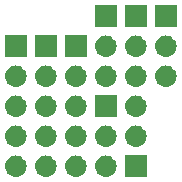
<source format=gts>
G04 #@! TF.GenerationSoftware,KiCad,Pcbnew,(5.1.2)-1*
G04 #@! TF.CreationDate,2023-09-28T15:07:13+01:00*
G04 #@! TF.ProjectId,RPi_I2C_PWR_PCB00,5250695f-4932-4435-9f50-57525f504342,rev?*
G04 #@! TF.SameCoordinates,Original*
G04 #@! TF.FileFunction,Soldermask,Top*
G04 #@! TF.FilePolarity,Negative*
%FSLAX46Y46*%
G04 Gerber Fmt 4.6, Leading zero omitted, Abs format (unit mm)*
G04 Created by KiCad (PCBNEW (5.1.2)-1) date 2023-09-28 15:07:13*
%MOMM*%
%LPD*%
G04 APERTURE LIST*
%ADD10C,0.150000*%
G04 APERTURE END LIST*
D10*
G36*
X133108000Y-86880000D02*
G01*
X131306000Y-86880000D01*
X131306000Y-85078000D01*
X133108000Y-85078000D01*
X133108000Y-86880000D01*
X133108000Y-86880000D01*
G37*
G36*
X122157443Y-85084519D02*
G01*
X122223627Y-85091037D01*
X122393466Y-85142557D01*
X122549991Y-85226222D01*
X122585729Y-85255552D01*
X122687186Y-85338814D01*
X122770448Y-85440271D01*
X122799778Y-85476009D01*
X122883443Y-85632534D01*
X122934963Y-85802373D01*
X122952359Y-85979000D01*
X122934963Y-86155627D01*
X122883443Y-86325466D01*
X122799778Y-86481991D01*
X122770448Y-86517729D01*
X122687186Y-86619186D01*
X122585729Y-86702448D01*
X122549991Y-86731778D01*
X122393466Y-86815443D01*
X122223627Y-86866963D01*
X122157443Y-86873481D01*
X122091260Y-86880000D01*
X122002740Y-86880000D01*
X121936557Y-86873481D01*
X121870373Y-86866963D01*
X121700534Y-86815443D01*
X121544009Y-86731778D01*
X121508271Y-86702448D01*
X121406814Y-86619186D01*
X121323552Y-86517729D01*
X121294222Y-86481991D01*
X121210557Y-86325466D01*
X121159037Y-86155627D01*
X121141641Y-85979000D01*
X121159037Y-85802373D01*
X121210557Y-85632534D01*
X121294222Y-85476009D01*
X121323552Y-85440271D01*
X121406814Y-85338814D01*
X121508271Y-85255552D01*
X121544009Y-85226222D01*
X121700534Y-85142557D01*
X121870373Y-85091037D01*
X121936557Y-85084519D01*
X122002740Y-85078000D01*
X122091260Y-85078000D01*
X122157443Y-85084519D01*
X122157443Y-85084519D01*
G37*
G36*
X127237443Y-85084519D02*
G01*
X127303627Y-85091037D01*
X127473466Y-85142557D01*
X127629991Y-85226222D01*
X127665729Y-85255552D01*
X127767186Y-85338814D01*
X127850448Y-85440271D01*
X127879778Y-85476009D01*
X127963443Y-85632534D01*
X128014963Y-85802373D01*
X128032359Y-85979000D01*
X128014963Y-86155627D01*
X127963443Y-86325466D01*
X127879778Y-86481991D01*
X127850448Y-86517729D01*
X127767186Y-86619186D01*
X127665729Y-86702448D01*
X127629991Y-86731778D01*
X127473466Y-86815443D01*
X127303627Y-86866963D01*
X127237443Y-86873481D01*
X127171260Y-86880000D01*
X127082740Y-86880000D01*
X127016557Y-86873481D01*
X126950373Y-86866963D01*
X126780534Y-86815443D01*
X126624009Y-86731778D01*
X126588271Y-86702448D01*
X126486814Y-86619186D01*
X126403552Y-86517729D01*
X126374222Y-86481991D01*
X126290557Y-86325466D01*
X126239037Y-86155627D01*
X126221641Y-85979000D01*
X126239037Y-85802373D01*
X126290557Y-85632534D01*
X126374222Y-85476009D01*
X126403552Y-85440271D01*
X126486814Y-85338814D01*
X126588271Y-85255552D01*
X126624009Y-85226222D01*
X126780534Y-85142557D01*
X126950373Y-85091037D01*
X127016557Y-85084519D01*
X127082740Y-85078000D01*
X127171260Y-85078000D01*
X127237443Y-85084519D01*
X127237443Y-85084519D01*
G37*
G36*
X124697443Y-85084519D02*
G01*
X124763627Y-85091037D01*
X124933466Y-85142557D01*
X125089991Y-85226222D01*
X125125729Y-85255552D01*
X125227186Y-85338814D01*
X125310448Y-85440271D01*
X125339778Y-85476009D01*
X125423443Y-85632534D01*
X125474963Y-85802373D01*
X125492359Y-85979000D01*
X125474963Y-86155627D01*
X125423443Y-86325466D01*
X125339778Y-86481991D01*
X125310448Y-86517729D01*
X125227186Y-86619186D01*
X125125729Y-86702448D01*
X125089991Y-86731778D01*
X124933466Y-86815443D01*
X124763627Y-86866963D01*
X124697443Y-86873481D01*
X124631260Y-86880000D01*
X124542740Y-86880000D01*
X124476557Y-86873481D01*
X124410373Y-86866963D01*
X124240534Y-86815443D01*
X124084009Y-86731778D01*
X124048271Y-86702448D01*
X123946814Y-86619186D01*
X123863552Y-86517729D01*
X123834222Y-86481991D01*
X123750557Y-86325466D01*
X123699037Y-86155627D01*
X123681641Y-85979000D01*
X123699037Y-85802373D01*
X123750557Y-85632534D01*
X123834222Y-85476009D01*
X123863552Y-85440271D01*
X123946814Y-85338814D01*
X124048271Y-85255552D01*
X124084009Y-85226222D01*
X124240534Y-85142557D01*
X124410373Y-85091037D01*
X124476557Y-85084519D01*
X124542740Y-85078000D01*
X124631260Y-85078000D01*
X124697443Y-85084519D01*
X124697443Y-85084519D01*
G37*
G36*
X129777443Y-85084519D02*
G01*
X129843627Y-85091037D01*
X130013466Y-85142557D01*
X130169991Y-85226222D01*
X130205729Y-85255552D01*
X130307186Y-85338814D01*
X130390448Y-85440271D01*
X130419778Y-85476009D01*
X130503443Y-85632534D01*
X130554963Y-85802373D01*
X130572359Y-85979000D01*
X130554963Y-86155627D01*
X130503443Y-86325466D01*
X130419778Y-86481991D01*
X130390448Y-86517729D01*
X130307186Y-86619186D01*
X130205729Y-86702448D01*
X130169991Y-86731778D01*
X130013466Y-86815443D01*
X129843627Y-86866963D01*
X129777443Y-86873481D01*
X129711260Y-86880000D01*
X129622740Y-86880000D01*
X129556557Y-86873481D01*
X129490373Y-86866963D01*
X129320534Y-86815443D01*
X129164009Y-86731778D01*
X129128271Y-86702448D01*
X129026814Y-86619186D01*
X128943552Y-86517729D01*
X128914222Y-86481991D01*
X128830557Y-86325466D01*
X128779037Y-86155627D01*
X128761641Y-85979000D01*
X128779037Y-85802373D01*
X128830557Y-85632534D01*
X128914222Y-85476009D01*
X128943552Y-85440271D01*
X129026814Y-85338814D01*
X129128271Y-85255552D01*
X129164009Y-85226222D01*
X129320534Y-85142557D01*
X129490373Y-85091037D01*
X129556557Y-85084519D01*
X129622740Y-85078000D01*
X129711260Y-85078000D01*
X129777443Y-85084519D01*
X129777443Y-85084519D01*
G37*
G36*
X129777443Y-82544519D02*
G01*
X129843627Y-82551037D01*
X130013466Y-82602557D01*
X130169991Y-82686222D01*
X130205729Y-82715552D01*
X130307186Y-82798814D01*
X130390448Y-82900271D01*
X130419778Y-82936009D01*
X130503443Y-83092534D01*
X130554963Y-83262373D01*
X130572359Y-83439000D01*
X130554963Y-83615627D01*
X130503443Y-83785466D01*
X130419778Y-83941991D01*
X130390448Y-83977729D01*
X130307186Y-84079186D01*
X130205729Y-84162448D01*
X130169991Y-84191778D01*
X130013466Y-84275443D01*
X129843627Y-84326963D01*
X129777442Y-84333482D01*
X129711260Y-84340000D01*
X129622740Y-84340000D01*
X129556558Y-84333482D01*
X129490373Y-84326963D01*
X129320534Y-84275443D01*
X129164009Y-84191778D01*
X129128271Y-84162448D01*
X129026814Y-84079186D01*
X128943552Y-83977729D01*
X128914222Y-83941991D01*
X128830557Y-83785466D01*
X128779037Y-83615627D01*
X128761641Y-83439000D01*
X128779037Y-83262373D01*
X128830557Y-83092534D01*
X128914222Y-82936009D01*
X128943552Y-82900271D01*
X129026814Y-82798814D01*
X129128271Y-82715552D01*
X129164009Y-82686222D01*
X129320534Y-82602557D01*
X129490373Y-82551037D01*
X129556557Y-82544519D01*
X129622740Y-82538000D01*
X129711260Y-82538000D01*
X129777443Y-82544519D01*
X129777443Y-82544519D01*
G37*
G36*
X122157443Y-82544519D02*
G01*
X122223627Y-82551037D01*
X122393466Y-82602557D01*
X122549991Y-82686222D01*
X122585729Y-82715552D01*
X122687186Y-82798814D01*
X122770448Y-82900271D01*
X122799778Y-82936009D01*
X122883443Y-83092534D01*
X122934963Y-83262373D01*
X122952359Y-83439000D01*
X122934963Y-83615627D01*
X122883443Y-83785466D01*
X122799778Y-83941991D01*
X122770448Y-83977729D01*
X122687186Y-84079186D01*
X122585729Y-84162448D01*
X122549991Y-84191778D01*
X122393466Y-84275443D01*
X122223627Y-84326963D01*
X122157442Y-84333482D01*
X122091260Y-84340000D01*
X122002740Y-84340000D01*
X121936558Y-84333482D01*
X121870373Y-84326963D01*
X121700534Y-84275443D01*
X121544009Y-84191778D01*
X121508271Y-84162448D01*
X121406814Y-84079186D01*
X121323552Y-83977729D01*
X121294222Y-83941991D01*
X121210557Y-83785466D01*
X121159037Y-83615627D01*
X121141641Y-83439000D01*
X121159037Y-83262373D01*
X121210557Y-83092534D01*
X121294222Y-82936009D01*
X121323552Y-82900271D01*
X121406814Y-82798814D01*
X121508271Y-82715552D01*
X121544009Y-82686222D01*
X121700534Y-82602557D01*
X121870373Y-82551037D01*
X121936557Y-82544519D01*
X122002740Y-82538000D01*
X122091260Y-82538000D01*
X122157443Y-82544519D01*
X122157443Y-82544519D01*
G37*
G36*
X132317443Y-82544519D02*
G01*
X132383627Y-82551037D01*
X132553466Y-82602557D01*
X132709991Y-82686222D01*
X132745729Y-82715552D01*
X132847186Y-82798814D01*
X132930448Y-82900271D01*
X132959778Y-82936009D01*
X133043443Y-83092534D01*
X133094963Y-83262373D01*
X133112359Y-83439000D01*
X133094963Y-83615627D01*
X133043443Y-83785466D01*
X132959778Y-83941991D01*
X132930448Y-83977729D01*
X132847186Y-84079186D01*
X132745729Y-84162448D01*
X132709991Y-84191778D01*
X132553466Y-84275443D01*
X132383627Y-84326963D01*
X132317442Y-84333482D01*
X132251260Y-84340000D01*
X132162740Y-84340000D01*
X132096558Y-84333482D01*
X132030373Y-84326963D01*
X131860534Y-84275443D01*
X131704009Y-84191778D01*
X131668271Y-84162448D01*
X131566814Y-84079186D01*
X131483552Y-83977729D01*
X131454222Y-83941991D01*
X131370557Y-83785466D01*
X131319037Y-83615627D01*
X131301641Y-83439000D01*
X131319037Y-83262373D01*
X131370557Y-83092534D01*
X131454222Y-82936009D01*
X131483552Y-82900271D01*
X131566814Y-82798814D01*
X131668271Y-82715552D01*
X131704009Y-82686222D01*
X131860534Y-82602557D01*
X132030373Y-82551037D01*
X132096557Y-82544519D01*
X132162740Y-82538000D01*
X132251260Y-82538000D01*
X132317443Y-82544519D01*
X132317443Y-82544519D01*
G37*
G36*
X124697443Y-82544519D02*
G01*
X124763627Y-82551037D01*
X124933466Y-82602557D01*
X125089991Y-82686222D01*
X125125729Y-82715552D01*
X125227186Y-82798814D01*
X125310448Y-82900271D01*
X125339778Y-82936009D01*
X125423443Y-83092534D01*
X125474963Y-83262373D01*
X125492359Y-83439000D01*
X125474963Y-83615627D01*
X125423443Y-83785466D01*
X125339778Y-83941991D01*
X125310448Y-83977729D01*
X125227186Y-84079186D01*
X125125729Y-84162448D01*
X125089991Y-84191778D01*
X124933466Y-84275443D01*
X124763627Y-84326963D01*
X124697442Y-84333482D01*
X124631260Y-84340000D01*
X124542740Y-84340000D01*
X124476558Y-84333482D01*
X124410373Y-84326963D01*
X124240534Y-84275443D01*
X124084009Y-84191778D01*
X124048271Y-84162448D01*
X123946814Y-84079186D01*
X123863552Y-83977729D01*
X123834222Y-83941991D01*
X123750557Y-83785466D01*
X123699037Y-83615627D01*
X123681641Y-83439000D01*
X123699037Y-83262373D01*
X123750557Y-83092534D01*
X123834222Y-82936009D01*
X123863552Y-82900271D01*
X123946814Y-82798814D01*
X124048271Y-82715552D01*
X124084009Y-82686222D01*
X124240534Y-82602557D01*
X124410373Y-82551037D01*
X124476557Y-82544519D01*
X124542740Y-82538000D01*
X124631260Y-82538000D01*
X124697443Y-82544519D01*
X124697443Y-82544519D01*
G37*
G36*
X127237443Y-82544519D02*
G01*
X127303627Y-82551037D01*
X127473466Y-82602557D01*
X127629991Y-82686222D01*
X127665729Y-82715552D01*
X127767186Y-82798814D01*
X127850448Y-82900271D01*
X127879778Y-82936009D01*
X127963443Y-83092534D01*
X128014963Y-83262373D01*
X128032359Y-83439000D01*
X128014963Y-83615627D01*
X127963443Y-83785466D01*
X127879778Y-83941991D01*
X127850448Y-83977729D01*
X127767186Y-84079186D01*
X127665729Y-84162448D01*
X127629991Y-84191778D01*
X127473466Y-84275443D01*
X127303627Y-84326963D01*
X127237442Y-84333482D01*
X127171260Y-84340000D01*
X127082740Y-84340000D01*
X127016558Y-84333482D01*
X126950373Y-84326963D01*
X126780534Y-84275443D01*
X126624009Y-84191778D01*
X126588271Y-84162448D01*
X126486814Y-84079186D01*
X126403552Y-83977729D01*
X126374222Y-83941991D01*
X126290557Y-83785466D01*
X126239037Y-83615627D01*
X126221641Y-83439000D01*
X126239037Y-83262373D01*
X126290557Y-83092534D01*
X126374222Y-82936009D01*
X126403552Y-82900271D01*
X126486814Y-82798814D01*
X126588271Y-82715552D01*
X126624009Y-82686222D01*
X126780534Y-82602557D01*
X126950373Y-82551037D01*
X127016557Y-82544519D01*
X127082740Y-82538000D01*
X127171260Y-82538000D01*
X127237443Y-82544519D01*
X127237443Y-82544519D01*
G37*
G36*
X132317443Y-80004519D02*
G01*
X132383627Y-80011037D01*
X132553466Y-80062557D01*
X132709991Y-80146222D01*
X132745729Y-80175552D01*
X132847186Y-80258814D01*
X132930448Y-80360271D01*
X132959778Y-80396009D01*
X133043443Y-80552534D01*
X133094963Y-80722373D01*
X133112359Y-80899000D01*
X133094963Y-81075627D01*
X133043443Y-81245466D01*
X132959778Y-81401991D01*
X132930448Y-81437729D01*
X132847186Y-81539186D01*
X132745729Y-81622448D01*
X132709991Y-81651778D01*
X132553466Y-81735443D01*
X132383627Y-81786963D01*
X132317443Y-81793481D01*
X132251260Y-81800000D01*
X132162740Y-81800000D01*
X132096557Y-81793481D01*
X132030373Y-81786963D01*
X131860534Y-81735443D01*
X131704009Y-81651778D01*
X131668271Y-81622448D01*
X131566814Y-81539186D01*
X131483552Y-81437729D01*
X131454222Y-81401991D01*
X131370557Y-81245466D01*
X131319037Y-81075627D01*
X131301641Y-80899000D01*
X131319037Y-80722373D01*
X131370557Y-80552534D01*
X131454222Y-80396009D01*
X131483552Y-80360271D01*
X131566814Y-80258814D01*
X131668271Y-80175552D01*
X131704009Y-80146222D01*
X131860534Y-80062557D01*
X132030373Y-80011037D01*
X132096557Y-80004519D01*
X132162740Y-79998000D01*
X132251260Y-79998000D01*
X132317443Y-80004519D01*
X132317443Y-80004519D01*
G37*
G36*
X127237443Y-80004519D02*
G01*
X127303627Y-80011037D01*
X127473466Y-80062557D01*
X127629991Y-80146222D01*
X127665729Y-80175552D01*
X127767186Y-80258814D01*
X127850448Y-80360271D01*
X127879778Y-80396009D01*
X127963443Y-80552534D01*
X128014963Y-80722373D01*
X128032359Y-80899000D01*
X128014963Y-81075627D01*
X127963443Y-81245466D01*
X127879778Y-81401991D01*
X127850448Y-81437729D01*
X127767186Y-81539186D01*
X127665729Y-81622448D01*
X127629991Y-81651778D01*
X127473466Y-81735443D01*
X127303627Y-81786963D01*
X127237443Y-81793481D01*
X127171260Y-81800000D01*
X127082740Y-81800000D01*
X127016557Y-81793481D01*
X126950373Y-81786963D01*
X126780534Y-81735443D01*
X126624009Y-81651778D01*
X126588271Y-81622448D01*
X126486814Y-81539186D01*
X126403552Y-81437729D01*
X126374222Y-81401991D01*
X126290557Y-81245466D01*
X126239037Y-81075627D01*
X126221641Y-80899000D01*
X126239037Y-80722373D01*
X126290557Y-80552534D01*
X126374222Y-80396009D01*
X126403552Y-80360271D01*
X126486814Y-80258814D01*
X126588271Y-80175552D01*
X126624009Y-80146222D01*
X126780534Y-80062557D01*
X126950373Y-80011037D01*
X127016557Y-80004519D01*
X127082740Y-79998000D01*
X127171260Y-79998000D01*
X127237443Y-80004519D01*
X127237443Y-80004519D01*
G37*
G36*
X124697443Y-80004519D02*
G01*
X124763627Y-80011037D01*
X124933466Y-80062557D01*
X125089991Y-80146222D01*
X125125729Y-80175552D01*
X125227186Y-80258814D01*
X125310448Y-80360271D01*
X125339778Y-80396009D01*
X125423443Y-80552534D01*
X125474963Y-80722373D01*
X125492359Y-80899000D01*
X125474963Y-81075627D01*
X125423443Y-81245466D01*
X125339778Y-81401991D01*
X125310448Y-81437729D01*
X125227186Y-81539186D01*
X125125729Y-81622448D01*
X125089991Y-81651778D01*
X124933466Y-81735443D01*
X124763627Y-81786963D01*
X124697443Y-81793481D01*
X124631260Y-81800000D01*
X124542740Y-81800000D01*
X124476557Y-81793481D01*
X124410373Y-81786963D01*
X124240534Y-81735443D01*
X124084009Y-81651778D01*
X124048271Y-81622448D01*
X123946814Y-81539186D01*
X123863552Y-81437729D01*
X123834222Y-81401991D01*
X123750557Y-81245466D01*
X123699037Y-81075627D01*
X123681641Y-80899000D01*
X123699037Y-80722373D01*
X123750557Y-80552534D01*
X123834222Y-80396009D01*
X123863552Y-80360271D01*
X123946814Y-80258814D01*
X124048271Y-80175552D01*
X124084009Y-80146222D01*
X124240534Y-80062557D01*
X124410373Y-80011037D01*
X124476557Y-80004519D01*
X124542740Y-79998000D01*
X124631260Y-79998000D01*
X124697443Y-80004519D01*
X124697443Y-80004519D01*
G37*
G36*
X130568000Y-81800000D02*
G01*
X128766000Y-81800000D01*
X128766000Y-79998000D01*
X130568000Y-79998000D01*
X130568000Y-81800000D01*
X130568000Y-81800000D01*
G37*
G36*
X122157443Y-80004519D02*
G01*
X122223627Y-80011037D01*
X122393466Y-80062557D01*
X122549991Y-80146222D01*
X122585729Y-80175552D01*
X122687186Y-80258814D01*
X122770448Y-80360271D01*
X122799778Y-80396009D01*
X122883443Y-80552534D01*
X122934963Y-80722373D01*
X122952359Y-80899000D01*
X122934963Y-81075627D01*
X122883443Y-81245466D01*
X122799778Y-81401991D01*
X122770448Y-81437729D01*
X122687186Y-81539186D01*
X122585729Y-81622448D01*
X122549991Y-81651778D01*
X122393466Y-81735443D01*
X122223627Y-81786963D01*
X122157443Y-81793481D01*
X122091260Y-81800000D01*
X122002740Y-81800000D01*
X121936557Y-81793481D01*
X121870373Y-81786963D01*
X121700534Y-81735443D01*
X121544009Y-81651778D01*
X121508271Y-81622448D01*
X121406814Y-81539186D01*
X121323552Y-81437729D01*
X121294222Y-81401991D01*
X121210557Y-81245466D01*
X121159037Y-81075627D01*
X121141641Y-80899000D01*
X121159037Y-80722373D01*
X121210557Y-80552534D01*
X121294222Y-80396009D01*
X121323552Y-80360271D01*
X121406814Y-80258814D01*
X121508271Y-80175552D01*
X121544009Y-80146222D01*
X121700534Y-80062557D01*
X121870373Y-80011037D01*
X121936557Y-80004519D01*
X122002740Y-79998000D01*
X122091260Y-79998000D01*
X122157443Y-80004519D01*
X122157443Y-80004519D01*
G37*
G36*
X122157442Y-77464518D02*
G01*
X122223627Y-77471037D01*
X122393466Y-77522557D01*
X122549991Y-77606222D01*
X122585729Y-77635552D01*
X122687186Y-77718814D01*
X122770448Y-77820271D01*
X122799778Y-77856009D01*
X122883443Y-78012534D01*
X122934963Y-78182373D01*
X122952359Y-78359000D01*
X122934963Y-78535627D01*
X122883443Y-78705466D01*
X122799778Y-78861991D01*
X122770448Y-78897729D01*
X122687186Y-78999186D01*
X122585729Y-79082448D01*
X122549991Y-79111778D01*
X122393466Y-79195443D01*
X122223627Y-79246963D01*
X122157442Y-79253482D01*
X122091260Y-79260000D01*
X122002740Y-79260000D01*
X121936558Y-79253482D01*
X121870373Y-79246963D01*
X121700534Y-79195443D01*
X121544009Y-79111778D01*
X121508271Y-79082448D01*
X121406814Y-78999186D01*
X121323552Y-78897729D01*
X121294222Y-78861991D01*
X121210557Y-78705466D01*
X121159037Y-78535627D01*
X121141641Y-78359000D01*
X121159037Y-78182373D01*
X121210557Y-78012534D01*
X121294222Y-77856009D01*
X121323552Y-77820271D01*
X121406814Y-77718814D01*
X121508271Y-77635552D01*
X121544009Y-77606222D01*
X121700534Y-77522557D01*
X121870373Y-77471037D01*
X121936558Y-77464518D01*
X122002740Y-77458000D01*
X122091260Y-77458000D01*
X122157442Y-77464518D01*
X122157442Y-77464518D01*
G37*
G36*
X124697442Y-77464518D02*
G01*
X124763627Y-77471037D01*
X124933466Y-77522557D01*
X125089991Y-77606222D01*
X125125729Y-77635552D01*
X125227186Y-77718814D01*
X125310448Y-77820271D01*
X125339778Y-77856009D01*
X125423443Y-78012534D01*
X125474963Y-78182373D01*
X125492359Y-78359000D01*
X125474963Y-78535627D01*
X125423443Y-78705466D01*
X125339778Y-78861991D01*
X125310448Y-78897729D01*
X125227186Y-78999186D01*
X125125729Y-79082448D01*
X125089991Y-79111778D01*
X124933466Y-79195443D01*
X124763627Y-79246963D01*
X124697442Y-79253482D01*
X124631260Y-79260000D01*
X124542740Y-79260000D01*
X124476558Y-79253482D01*
X124410373Y-79246963D01*
X124240534Y-79195443D01*
X124084009Y-79111778D01*
X124048271Y-79082448D01*
X123946814Y-78999186D01*
X123863552Y-78897729D01*
X123834222Y-78861991D01*
X123750557Y-78705466D01*
X123699037Y-78535627D01*
X123681641Y-78359000D01*
X123699037Y-78182373D01*
X123750557Y-78012534D01*
X123834222Y-77856009D01*
X123863552Y-77820271D01*
X123946814Y-77718814D01*
X124048271Y-77635552D01*
X124084009Y-77606222D01*
X124240534Y-77522557D01*
X124410373Y-77471037D01*
X124476558Y-77464518D01*
X124542740Y-77458000D01*
X124631260Y-77458000D01*
X124697442Y-77464518D01*
X124697442Y-77464518D01*
G37*
G36*
X127237442Y-77464518D02*
G01*
X127303627Y-77471037D01*
X127473466Y-77522557D01*
X127629991Y-77606222D01*
X127665729Y-77635552D01*
X127767186Y-77718814D01*
X127850448Y-77820271D01*
X127879778Y-77856009D01*
X127963443Y-78012534D01*
X128014963Y-78182373D01*
X128032359Y-78359000D01*
X128014963Y-78535627D01*
X127963443Y-78705466D01*
X127879778Y-78861991D01*
X127850448Y-78897729D01*
X127767186Y-78999186D01*
X127665729Y-79082448D01*
X127629991Y-79111778D01*
X127473466Y-79195443D01*
X127303627Y-79246963D01*
X127237442Y-79253482D01*
X127171260Y-79260000D01*
X127082740Y-79260000D01*
X127016558Y-79253482D01*
X126950373Y-79246963D01*
X126780534Y-79195443D01*
X126624009Y-79111778D01*
X126588271Y-79082448D01*
X126486814Y-78999186D01*
X126403552Y-78897729D01*
X126374222Y-78861991D01*
X126290557Y-78705466D01*
X126239037Y-78535627D01*
X126221641Y-78359000D01*
X126239037Y-78182373D01*
X126290557Y-78012534D01*
X126374222Y-77856009D01*
X126403552Y-77820271D01*
X126486814Y-77718814D01*
X126588271Y-77635552D01*
X126624009Y-77606222D01*
X126780534Y-77522557D01*
X126950373Y-77471037D01*
X127016558Y-77464518D01*
X127082740Y-77458000D01*
X127171260Y-77458000D01*
X127237442Y-77464518D01*
X127237442Y-77464518D01*
G37*
G36*
X132317442Y-77464518D02*
G01*
X132383627Y-77471037D01*
X132553466Y-77522557D01*
X132709991Y-77606222D01*
X132745729Y-77635552D01*
X132847186Y-77718814D01*
X132930448Y-77820271D01*
X132959778Y-77856009D01*
X133043443Y-78012534D01*
X133094963Y-78182373D01*
X133112359Y-78359000D01*
X133094963Y-78535627D01*
X133043443Y-78705466D01*
X132959778Y-78861991D01*
X132930448Y-78897729D01*
X132847186Y-78999186D01*
X132745729Y-79082448D01*
X132709991Y-79111778D01*
X132553466Y-79195443D01*
X132383627Y-79246963D01*
X132317442Y-79253482D01*
X132251260Y-79260000D01*
X132162740Y-79260000D01*
X132096558Y-79253482D01*
X132030373Y-79246963D01*
X131860534Y-79195443D01*
X131704009Y-79111778D01*
X131668271Y-79082448D01*
X131566814Y-78999186D01*
X131483552Y-78897729D01*
X131454222Y-78861991D01*
X131370557Y-78705466D01*
X131319037Y-78535627D01*
X131301641Y-78359000D01*
X131319037Y-78182373D01*
X131370557Y-78012534D01*
X131454222Y-77856009D01*
X131483552Y-77820271D01*
X131566814Y-77718814D01*
X131668271Y-77635552D01*
X131704009Y-77606222D01*
X131860534Y-77522557D01*
X132030373Y-77471037D01*
X132096558Y-77464518D01*
X132162740Y-77458000D01*
X132251260Y-77458000D01*
X132317442Y-77464518D01*
X132317442Y-77464518D01*
G37*
G36*
X134857442Y-77464518D02*
G01*
X134923627Y-77471037D01*
X135093466Y-77522557D01*
X135249991Y-77606222D01*
X135285729Y-77635552D01*
X135387186Y-77718814D01*
X135470448Y-77820271D01*
X135499778Y-77856009D01*
X135583443Y-78012534D01*
X135634963Y-78182373D01*
X135652359Y-78359000D01*
X135634963Y-78535627D01*
X135583443Y-78705466D01*
X135499778Y-78861991D01*
X135470448Y-78897729D01*
X135387186Y-78999186D01*
X135285729Y-79082448D01*
X135249991Y-79111778D01*
X135093466Y-79195443D01*
X134923627Y-79246963D01*
X134857442Y-79253482D01*
X134791260Y-79260000D01*
X134702740Y-79260000D01*
X134636558Y-79253482D01*
X134570373Y-79246963D01*
X134400534Y-79195443D01*
X134244009Y-79111778D01*
X134208271Y-79082448D01*
X134106814Y-78999186D01*
X134023552Y-78897729D01*
X133994222Y-78861991D01*
X133910557Y-78705466D01*
X133859037Y-78535627D01*
X133841641Y-78359000D01*
X133859037Y-78182373D01*
X133910557Y-78012534D01*
X133994222Y-77856009D01*
X134023552Y-77820271D01*
X134106814Y-77718814D01*
X134208271Y-77635552D01*
X134244009Y-77606222D01*
X134400534Y-77522557D01*
X134570373Y-77471037D01*
X134636558Y-77464518D01*
X134702740Y-77458000D01*
X134791260Y-77458000D01*
X134857442Y-77464518D01*
X134857442Y-77464518D01*
G37*
G36*
X129777442Y-77464518D02*
G01*
X129843627Y-77471037D01*
X130013466Y-77522557D01*
X130169991Y-77606222D01*
X130205729Y-77635552D01*
X130307186Y-77718814D01*
X130390448Y-77820271D01*
X130419778Y-77856009D01*
X130503443Y-78012534D01*
X130554963Y-78182373D01*
X130572359Y-78359000D01*
X130554963Y-78535627D01*
X130503443Y-78705466D01*
X130419778Y-78861991D01*
X130390448Y-78897729D01*
X130307186Y-78999186D01*
X130205729Y-79082448D01*
X130169991Y-79111778D01*
X130013466Y-79195443D01*
X129843627Y-79246963D01*
X129777442Y-79253482D01*
X129711260Y-79260000D01*
X129622740Y-79260000D01*
X129556558Y-79253482D01*
X129490373Y-79246963D01*
X129320534Y-79195443D01*
X129164009Y-79111778D01*
X129128271Y-79082448D01*
X129026814Y-78999186D01*
X128943552Y-78897729D01*
X128914222Y-78861991D01*
X128830557Y-78705466D01*
X128779037Y-78535627D01*
X128761641Y-78359000D01*
X128779037Y-78182373D01*
X128830557Y-78012534D01*
X128914222Y-77856009D01*
X128943552Y-77820271D01*
X129026814Y-77718814D01*
X129128271Y-77635552D01*
X129164009Y-77606222D01*
X129320534Y-77522557D01*
X129490373Y-77471037D01*
X129556558Y-77464518D01*
X129622740Y-77458000D01*
X129711260Y-77458000D01*
X129777442Y-77464518D01*
X129777442Y-77464518D01*
G37*
G36*
X129777443Y-74924519D02*
G01*
X129843627Y-74931037D01*
X130013466Y-74982557D01*
X130169991Y-75066222D01*
X130205729Y-75095552D01*
X130307186Y-75178814D01*
X130390448Y-75280271D01*
X130419778Y-75316009D01*
X130503443Y-75472534D01*
X130554963Y-75642373D01*
X130572359Y-75819000D01*
X130554963Y-75995627D01*
X130503443Y-76165466D01*
X130419778Y-76321991D01*
X130390448Y-76357729D01*
X130307186Y-76459186D01*
X130205729Y-76542448D01*
X130169991Y-76571778D01*
X130013466Y-76655443D01*
X129843627Y-76706963D01*
X129777443Y-76713481D01*
X129711260Y-76720000D01*
X129622740Y-76720000D01*
X129556557Y-76713481D01*
X129490373Y-76706963D01*
X129320534Y-76655443D01*
X129164009Y-76571778D01*
X129128271Y-76542448D01*
X129026814Y-76459186D01*
X128943552Y-76357729D01*
X128914222Y-76321991D01*
X128830557Y-76165466D01*
X128779037Y-75995627D01*
X128761641Y-75819000D01*
X128779037Y-75642373D01*
X128830557Y-75472534D01*
X128914222Y-75316009D01*
X128943552Y-75280271D01*
X129026814Y-75178814D01*
X129128271Y-75095552D01*
X129164009Y-75066222D01*
X129320534Y-74982557D01*
X129490373Y-74931037D01*
X129556557Y-74924519D01*
X129622740Y-74918000D01*
X129711260Y-74918000D01*
X129777443Y-74924519D01*
X129777443Y-74924519D01*
G37*
G36*
X132317443Y-74924519D02*
G01*
X132383627Y-74931037D01*
X132553466Y-74982557D01*
X132709991Y-75066222D01*
X132745729Y-75095552D01*
X132847186Y-75178814D01*
X132930448Y-75280271D01*
X132959778Y-75316009D01*
X133043443Y-75472534D01*
X133094963Y-75642373D01*
X133112359Y-75819000D01*
X133094963Y-75995627D01*
X133043443Y-76165466D01*
X132959778Y-76321991D01*
X132930448Y-76357729D01*
X132847186Y-76459186D01*
X132745729Y-76542448D01*
X132709991Y-76571778D01*
X132553466Y-76655443D01*
X132383627Y-76706963D01*
X132317443Y-76713481D01*
X132251260Y-76720000D01*
X132162740Y-76720000D01*
X132096557Y-76713481D01*
X132030373Y-76706963D01*
X131860534Y-76655443D01*
X131704009Y-76571778D01*
X131668271Y-76542448D01*
X131566814Y-76459186D01*
X131483552Y-76357729D01*
X131454222Y-76321991D01*
X131370557Y-76165466D01*
X131319037Y-75995627D01*
X131301641Y-75819000D01*
X131319037Y-75642373D01*
X131370557Y-75472534D01*
X131454222Y-75316009D01*
X131483552Y-75280271D01*
X131566814Y-75178814D01*
X131668271Y-75095552D01*
X131704009Y-75066222D01*
X131860534Y-74982557D01*
X132030373Y-74931037D01*
X132096557Y-74924519D01*
X132162740Y-74918000D01*
X132251260Y-74918000D01*
X132317443Y-74924519D01*
X132317443Y-74924519D01*
G37*
G36*
X134857443Y-74924519D02*
G01*
X134923627Y-74931037D01*
X135093466Y-74982557D01*
X135249991Y-75066222D01*
X135285729Y-75095552D01*
X135387186Y-75178814D01*
X135470448Y-75280271D01*
X135499778Y-75316009D01*
X135583443Y-75472534D01*
X135634963Y-75642373D01*
X135652359Y-75819000D01*
X135634963Y-75995627D01*
X135583443Y-76165466D01*
X135499778Y-76321991D01*
X135470448Y-76357729D01*
X135387186Y-76459186D01*
X135285729Y-76542448D01*
X135249991Y-76571778D01*
X135093466Y-76655443D01*
X134923627Y-76706963D01*
X134857443Y-76713481D01*
X134791260Y-76720000D01*
X134702740Y-76720000D01*
X134636557Y-76713481D01*
X134570373Y-76706963D01*
X134400534Y-76655443D01*
X134244009Y-76571778D01*
X134208271Y-76542448D01*
X134106814Y-76459186D01*
X134023552Y-76357729D01*
X133994222Y-76321991D01*
X133910557Y-76165466D01*
X133859037Y-75995627D01*
X133841641Y-75819000D01*
X133859037Y-75642373D01*
X133910557Y-75472534D01*
X133994222Y-75316009D01*
X134023552Y-75280271D01*
X134106814Y-75178814D01*
X134208271Y-75095552D01*
X134244009Y-75066222D01*
X134400534Y-74982557D01*
X134570373Y-74931037D01*
X134636557Y-74924519D01*
X134702740Y-74918000D01*
X134791260Y-74918000D01*
X134857443Y-74924519D01*
X134857443Y-74924519D01*
G37*
G36*
X128028000Y-76720000D02*
G01*
X126226000Y-76720000D01*
X126226000Y-74918000D01*
X128028000Y-74918000D01*
X128028000Y-76720000D01*
X128028000Y-76720000D01*
G37*
G36*
X122948000Y-76720000D02*
G01*
X121146000Y-76720000D01*
X121146000Y-74918000D01*
X122948000Y-74918000D01*
X122948000Y-76720000D01*
X122948000Y-76720000D01*
G37*
G36*
X125488000Y-76720000D02*
G01*
X123686000Y-76720000D01*
X123686000Y-74918000D01*
X125488000Y-74918000D01*
X125488000Y-76720000D01*
X125488000Y-76720000D01*
G37*
G36*
X130568000Y-74180000D02*
G01*
X128766000Y-74180000D01*
X128766000Y-72378000D01*
X130568000Y-72378000D01*
X130568000Y-74180000D01*
X130568000Y-74180000D01*
G37*
G36*
X135648000Y-74180000D02*
G01*
X133846000Y-74180000D01*
X133846000Y-72378000D01*
X135648000Y-72378000D01*
X135648000Y-74180000D01*
X135648000Y-74180000D01*
G37*
G36*
X133108000Y-74180000D02*
G01*
X131306000Y-74180000D01*
X131306000Y-72378000D01*
X133108000Y-72378000D01*
X133108000Y-74180000D01*
X133108000Y-74180000D01*
G37*
M02*

</source>
